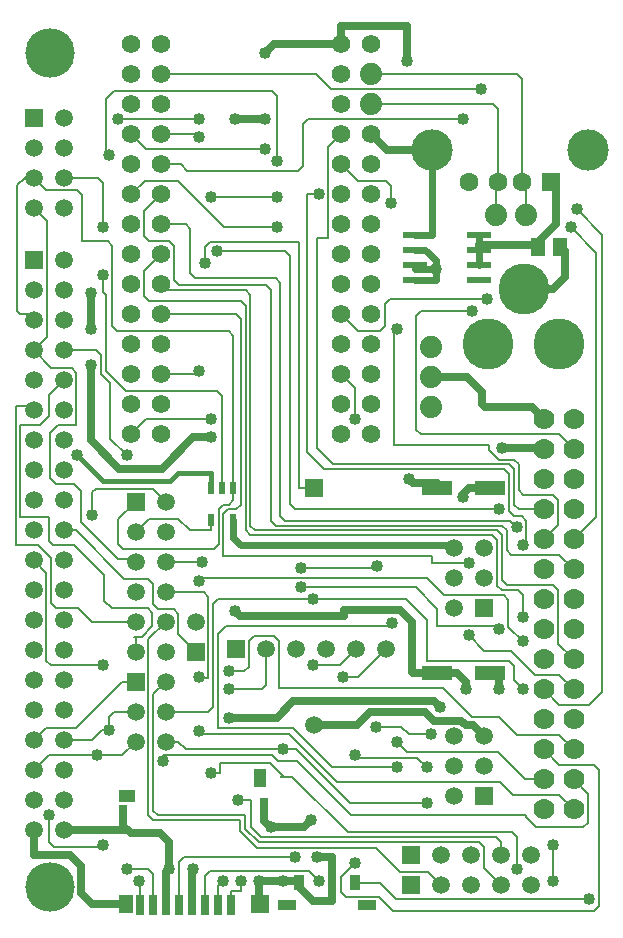
<source format=gtl>
G04 DipTrace 3.3.1.3*
G04 T4RA8875TouchShieldcastellated.gtl*
%MOIN*%
G04 #@! TF.FileFunction,Copper,L1,Top*
G04 #@! TF.Part,Single*
%AMOUTLINE0*
4,1,4,
-0.0175,-0.025,
-0.0175,0.025,
0.0175,0.025,
0.0175,-0.025,
-0.0175,-0.025,
0*%
%AMOUTLINE1*
4,1,4,
0.0285,-0.0155,
-0.0285,-0.0155,
-0.0285,0.0155,
0.0285,0.0155,
0.0285,-0.0155,
0*%
G04 #@! TA.AperFunction,Conductor*
%ADD13C,0.025*%
%ADD14C,0.023622*%
%ADD16C,0.008*%
%ADD17C,0.015*%
%ADD18C,0.007*%
%ADD21R,0.1X0.05*%
%ADD22R,0.051181X0.059055*%
G04 #@! TA.AperFunction,ComponentPad*
%ADD23C,0.17*%
%ADD24R,0.059055X0.059055*%
%ADD25C,0.059055*%
%ADD26C,0.07*%
%ADD27C,0.074*%
%ADD28R,0.027559X0.068898*%
%ADD29R,0.03937X0.061024*%
%ADD30R,0.031496X0.055118*%
%ADD31R,0.031496X0.059055*%
%ADD32R,0.057087X0.03937*%
%ADD36R,0.023622X0.043307*%
G04 #@! TA.AperFunction,ComponentPad*
%ADD37C,0.06194*%
%ADD38C,0.074*%
%ADD39R,0.07874X0.023622*%
G04 #@! TA.AperFunction,ComponentPad*
%ADD40R,0.062992X0.062992*%
%ADD41C,0.062992*%
%ADD42C,0.137795*%
G04 #@! TA.AperFunction,ViaPad*
%ADD43C,0.04*%
%ADD45C,0.165*%
%ADD96OUTLINE0*%
%ADD97OUTLINE1*%
%FSLAX26Y26*%
G04*
G70*
G90*
G75*
G01*
G04 Top*
%LPD*%
X1868700Y1648700D2*
D14*
Y1658700D1*
X1158700D1*
X1133700Y1683700D1*
Y1742401D1*
X1823700Y1118700D2*
D13*
X1803700Y1138700D1*
X1332700D1*
X1277700Y1083700D1*
X1118700D1*
X1718700Y1878700D2*
X1731200Y1866200D1*
X1813700D1*
Y1848700D1*
X998700Y578700D2*
X996955Y576955D1*
Y458687D1*
X1793700Y2218700D2*
X1913700D1*
X1963700Y2168700D1*
Y2128700D1*
X1973700Y2118700D1*
X2128700D1*
X2168700Y2078700D1*
X1493700Y3328700D2*
Y3388700D1*
X1713700D1*
Y3273700D1*
X1738700Y2643700D2*
D14*
X1773700D1*
X1808700Y2608700D1*
Y2578700D1*
X1138700Y1438700D2*
D13*
X1154700Y1422700D1*
X1503288D1*
Y1443700D1*
X1688700D1*
X1728700Y1403700D1*
Y1237700D1*
X1732700Y1233700D1*
X1813700D1*
X1808700Y2578700D2*
D14*
X1738700D1*
Y2593700D1*
X658700Y2258700D2*
D13*
Y2008700D1*
X752700Y1914700D1*
X896700D1*
X1000700Y2018700D1*
X1058700D1*
X658700Y2498700D2*
Y2378700D1*
X1493700Y3328700D2*
X1268700D1*
X1238700Y3298700D1*
X1138700Y3078700D2*
X1238700D1*
X1808700Y2578700D2*
D14*
Y2543700D1*
X1738700D1*
X1813700Y1233700D2*
D13*
X1878700D1*
X1908700Y1203700D1*
Y1178700D1*
X1928700Y2438700D2*
D16*
X1758700D1*
X1742700Y2422700D1*
Y2044700D1*
X1758700Y2028700D1*
X2218700D1*
X2268700Y1978700D1*
X1958700Y3178700D2*
X1458700D1*
X1408700Y3228700D1*
X893700D1*
X2018700Y1778700D2*
X1340700D1*
X1322903Y1796497D1*
Y2622700D1*
X1306903Y2638700D1*
X1078700D1*
X1018700Y3018700D2*
X1008700Y3028700D1*
X893700D1*
X2258700Y2718700D2*
X2343700Y2633700D1*
Y1753700D1*
X2268700Y1678700D1*
X1898700Y3078700D2*
X1382700D1*
X1366155Y3062155D1*
Y2922700D1*
X1350155Y2906700D1*
X980700D1*
X958700Y2928700D1*
X893700D1*
Y2828700D2*
X836700Y2771700D1*
Y2688700D1*
X852700Y2672700D1*
X920700D1*
X936700Y2656700D1*
Y2542700D1*
X952700Y2526700D1*
X1242700D1*
X1258700Y2510700D1*
Y1740700D1*
X1274700Y1724700D1*
X2028700D1*
X2044700Y1708700D1*
Y1642700D1*
X2060700Y1626700D1*
X2220700D1*
X2268700Y1578700D1*
X2078700Y1718700D2*
X2056700Y1740700D1*
X1306700D1*
X1290700Y1756700D1*
Y2534700D1*
X1274700Y2550700D1*
X1006700D1*
X990700Y2566700D1*
Y2712700D1*
X974700Y2728700D1*
X893700D1*
X2098700Y1418700D2*
Y1492700D1*
X2082700Y1508700D1*
X2028700D1*
X2012700Y1524700D1*
Y1676700D1*
X1996700Y1692700D1*
X1190700D1*
X1174700Y1708700D1*
Y2456700D1*
X1158700Y2472700D1*
X852700D1*
X836700Y2488700D1*
Y2571700D1*
X893700Y2628700D1*
X1118700Y1238700D2*
X1170700D1*
X1186700Y1254700D1*
Y1340700D1*
X1202700Y1356700D1*
X1270700D1*
X1286700Y1340700D1*
Y1183700D1*
X1833700D1*
X1930700Y1086700D1*
X2020700D1*
X2080700Y1026700D1*
X2220700D1*
X2268700Y978700D1*
X1018700Y2238700D2*
X1008700Y2228700D1*
X893700D1*
X1613700Y1588700D2*
Y1583700D1*
X1358700D1*
X518700Y758700D2*
Y670700D1*
X534700Y654700D1*
X694700D1*
X698700Y658700D1*
X2078700Y578700D2*
Y686700D1*
X2062700Y702700D1*
X1514700D1*
X1330700Y886700D1*
X1291700D1*
X1293700Y888700D1*
X1298700D1*
X1258700Y928700D1*
Y933700D1*
X1088700D1*
Y898700D1*
X1058700D1*
X1030700Y1603700D2*
X908700D1*
X1018700Y1538700D2*
X1030700Y1550700D1*
X1778700D1*
X1836700Y1492700D1*
X2034700D1*
X2050700Y1476700D1*
Y1386700D1*
X2098700Y1338700D1*
X898700Y938700D2*
Y958700D1*
X1263700D1*
X1283700Y938700D1*
X1346700D1*
X1526700Y758700D1*
X2108658D1*
Y753742D1*
X2143700Y718700D1*
X2300700D1*
X2316700Y734700D1*
Y830700D1*
X2268700Y878700D1*
X908700Y1503700D2*
X1034700D1*
X1050700Y1487700D1*
Y1215183D1*
X1038700D1*
X1035183Y1218700D1*
X1018700D1*
Y1038700D2*
X1028700Y1028700D1*
X1318700D1*
X1478700Y868700D1*
X2022700D1*
X2064700Y826700D1*
X2220700D1*
X2268700Y778700D1*
X1678700Y1003700D2*
X1713700Y968700D1*
X2014700D1*
X2104700Y878700D1*
X2168700D1*
X1538700Y2078700D2*
Y2183700D1*
X1493700Y2228700D1*
X1538700Y598700D2*
X1492700Y552700D1*
Y502700D1*
X1508700Y486700D1*
X1620700D1*
X1666700Y440700D1*
X2336700D1*
X2352700Y456700D1*
Y910700D1*
X2336700Y926700D1*
X2220700D1*
X2168700Y978700D1*
X1538700Y958700D2*
X1546700Y950700D1*
X1746700D1*
X1778700Y918700D1*
X1678700D2*
X1463700D1*
X1333700Y1048700D1*
X1082700D1*
Y1362700D1*
X1108700Y1388700D1*
X1663700D1*
Y1398700D1*
X2278700Y2778700D2*
X2363700Y2693700D1*
Y1169700D1*
X2320700Y1126700D1*
X2220700D1*
X2168700Y1178700D1*
X1978700Y2478700D2*
X1654700D1*
X1638700Y2462700D1*
Y2390700D1*
X1622700Y2374700D1*
X1547700D1*
X1493700Y2428700D1*
X2098700Y1178700D2*
X2068700Y1208700D1*
Y1256700D1*
X2052700Y1272700D1*
X1778700D1*
Y1408700D1*
X1708700Y1478700D1*
X1398700D1*
X1082700D1*
X1066700Y1462700D1*
Y1120700D1*
X1049700Y1103700D1*
X908700D1*
X1778700Y798700D2*
X1523700D1*
X1343700Y978700D1*
X1298700D1*
X975700D1*
X950700Y1003700D1*
X908700D1*
X2018700Y1378700D2*
X2006700Y1390700D1*
X1813700D1*
Y1446197D1*
X1741197Y1518700D1*
X1358700D1*
X2098700Y1658700D2*
X2110700Y1670700D1*
Y1740700D1*
X2094700Y1756700D1*
X2068700D1*
X2052700Y1772700D1*
Y1896700D1*
X2036700Y1912700D1*
X1436700D1*
X1378700Y1970700D1*
Y2828700D1*
X1418700D1*
X1658700Y2798700D2*
Y2856700D1*
X1642700Y2872700D1*
X1549700D1*
X1493700Y2928700D1*
X1678700Y2378700D2*
X1670700Y2370700D1*
Y1993700D1*
X1985397D1*
Y1977003D1*
X2017700Y1944700D1*
X2068700D1*
X2084700Y1928700D1*
Y1842700D1*
X2100700Y1826700D1*
X2200700D1*
X2216700Y1810700D1*
Y1726700D1*
X2168700Y1678700D1*
X1493700Y3028700D2*
X1450700Y2985700D1*
Y2684060D1*
X1413700D1*
Y1981700D1*
X1466700Y1928700D1*
X2052700D1*
X2068700Y1912700D1*
Y1794700D1*
X2084700Y1778700D1*
X2168700D1*
X1608700Y1053700D2*
X1693700D1*
X1718700Y1028700D1*
X1793700D1*
X1148700Y808700D2*
X1193700D1*
Y718700D1*
X1225700Y686700D1*
X2008700D1*
X2026472Y668928D1*
Y625928D1*
X908700Y1403700D2*
X850700Y1345700D1*
Y758700D1*
X866700Y742700D1*
X1156700D1*
Y705700D1*
X1211700Y650700D1*
X1610700D1*
X1690700Y570700D1*
X1781700D1*
X1826472Y525928D1*
X908700Y1203700D2*
X866700Y1161700D1*
Y774700D1*
X882700Y758700D1*
X1172700D1*
Y714700D1*
X1218700Y668700D1*
X1952700D1*
X1968700Y652700D1*
Y583700D1*
X2026472Y525928D1*
X818700Y538700D2*
X823700Y533700D1*
Y458700D1*
X778700Y578700D2*
X850700D1*
X867046Y562354D1*
Y458700D1*
X1243700Y1313700D2*
Y1194700D1*
X1227700Y1178700D1*
X1118700D1*
X748700Y3078700D2*
X1018700D1*
X1238700Y2978700D2*
X843700D1*
X793700Y3028700D1*
X1338700Y618700D2*
X970700D1*
X953648Y601648D1*
Y458687D1*
X1278700Y2718700D2*
X1102700D1*
X948700Y2872700D1*
X837700D1*
X793700Y2828700D1*
X1418700Y538700D2*
X1384700Y572700D1*
X1056700D1*
X1040249Y556249D1*
Y458687D1*
X718700Y2958700D2*
X708700D1*
Y3146700D1*
X734700Y3172700D1*
X1262700D1*
X1278700Y3156700D1*
Y2938700D1*
X1398700Y1258700D2*
X1488700D1*
X1543700Y1313700D1*
X1098700Y538700D2*
X1083569Y523569D1*
Y458687D1*
X1498700Y1218700D2*
X1548700D1*
X1643700Y1313700D1*
X1158700Y538700D2*
Y506700D1*
X1126850D1*
Y458700D1*
X1058700Y2818700D2*
X1278700D1*
X893700Y2528700D2*
X912928Y2509472D1*
X1174700D1*
X1190700Y2493472D1*
Y1724700D1*
X1206700Y1708700D1*
X2012700D1*
X2028700Y1692700D1*
Y1542700D1*
X2044700Y1526700D1*
X2200700D1*
X2216700Y1510700D1*
Y1330700D1*
X2268700Y1278700D1*
X1918700Y1358700D2*
X1970700Y1306700D1*
X2058700D1*
X2138700Y1226700D1*
X2220700D1*
X2268700Y1178700D1*
X1918700Y1598700D2*
X1796812D1*
Y1623700D1*
X1100700D1*
Y1762700D1*
X1116700Y1778700D1*
X1142700D1*
X1158700Y1794700D1*
Y2412700D1*
X1142700Y2428700D1*
X893700D1*
X908700Y1803700D2*
X865700Y1846700D1*
X674700D1*
X663700Y1835700D1*
Y1758700D1*
X2198700Y658700D2*
Y538700D1*
X2101810Y2513739D2*
D13*
X2198739D1*
X2238700Y2553700D1*
Y2638700D1*
X2223700Y2653700D1*
X1797243Y2975393D2*
X1647007D1*
X1593700Y3028700D1*
X468700Y708850D2*
Y626700D1*
X590700D1*
X626700Y590700D1*
Y500700D1*
X663976Y463424D1*
X776495D1*
X1797243Y2975393D2*
D14*
Y2693700D1*
X1738700D1*
X568700Y708850D2*
D13*
X766653D1*
Y724326D1*
Y762794D1*
X2018700Y1178700D2*
Y1233700D1*
X1988700D1*
X1218700Y538700D2*
Y468070D1*
X1223346Y463424D1*
X1298700Y538700D2*
X1353700D1*
Y533700D1*
X1898700Y1818700D2*
Y1828700D1*
X1918700Y1848700D1*
X1988700D1*
X1258700Y718700D2*
X1257099D1*
X1237099Y738700D1*
Y788411D1*
X918700Y578700D2*
X910314Y570314D1*
Y458700D1*
X1403700Y1061298D2*
X1546298D1*
X1588700Y1103700D1*
X1773700D1*
X1803700Y1073700D1*
X1893700D1*
X1908700Y1058700D1*
X1933700D1*
X1968700Y1023700D1*
X918700Y578700D2*
Y668700D1*
X888700Y698700D1*
X792279D1*
X766653Y724326D1*
X1258700Y718700D2*
X1368700D1*
X1393700Y743700D1*
X1218700Y538700D2*
X1298700D1*
X1353700Y533700D2*
Y518700D1*
X1398700Y473700D1*
X1463700D1*
Y618700D1*
X1413700D1*
X1058897Y1848700D2*
D17*
Y1898700D1*
X948700D1*
X923700Y1873700D1*
X698700D1*
X613700Y1958700D1*
X2318700Y478700D2*
D16*
X1676700D1*
X1621700Y533700D1*
X1538700D1*
X1008700Y1303700D2*
X950700Y1361700D1*
Y1430700D1*
X934700Y1446700D1*
X882700D1*
X866700Y1462700D1*
Y1530700D1*
X850700Y1546700D1*
X770700D1*
X608550Y1708850D1*
X568700D1*
X698700Y1258700D2*
X526700D1*
X510700Y1274700D1*
Y1566850D1*
X468700Y1608850D1*
X808700Y1803700D2*
X750700Y1745700D1*
Y1662700D1*
X766700Y1646700D1*
X1068700D1*
X1084700Y1662700D1*
Y1778700D1*
X1100700Y1794700D1*
X1117700D1*
X1133700Y1810700D1*
Y1848700D1*
Y2356700D1*
X1117700Y2372700D1*
X746700D1*
X730700Y2388700D1*
Y2656700D1*
X714700Y2672700D1*
X628700D1*
Y2826700D1*
X612700Y2842700D1*
X510399D1*
X468700Y2884399D1*
X439399D1*
X413700Y2858700D1*
Y2438700D1*
X423700Y2428700D1*
X448850D1*
X468700Y2408850D1*
Y1008850D2*
X510550Y1050700D1*
X610700D1*
X763700Y1203700D1*
X808700D1*
Y1003700D2*
X763700Y958700D1*
X678700D1*
X518550D1*
X468700Y908850D1*
X808700Y1103700D2*
X735700D1*
X718700Y1086700D1*
Y1043700D1*
X695700D1*
X660850Y1008850D1*
X568700D1*
X808700Y1303700D2*
D18*
Y1348700D1*
X803700Y1353700D1*
X828700D1*
X863700Y1388700D1*
Y1433700D1*
X848700Y1448700D1*
X728700D1*
X703700Y1473700D1*
Y1558700D1*
X603700Y1658700D1*
X533700D1*
X518700Y1673700D1*
Y1753700D1*
X423700D1*
Y2058700D1*
X488700D1*
X518700Y2088700D1*
Y2158850D1*
X568700Y2208850D1*
X808700Y1703700D2*
D16*
X851700Y1746700D1*
X950700D1*
X988700Y1708700D1*
X1058897D1*
Y1742401D1*
X698700Y2558700D2*
Y2502700D1*
X708700Y2492700D1*
Y2238700D1*
X774700Y2172700D1*
X1078700D1*
X1096298Y2155102D1*
Y1848700D1*
X698700Y2718700D2*
Y2866700D1*
X681001Y2884399D1*
X568700D1*
X808700Y1603700D2*
Y1613700D1*
X748700D1*
X626700Y1735700D1*
Y1840700D1*
X603700Y1863700D1*
X543700D1*
X523700Y1883700D1*
Y2033700D1*
X548700Y2058700D1*
X610700D1*
Y2234700D1*
X594700Y2250700D1*
X526850D1*
X468700Y2308850D1*
X512700Y2352850D1*
Y2740399D1*
X468700Y2784399D1*
Y2108850D2*
D18*
X453850Y2123700D1*
X408700D1*
Y1658700D1*
X483700D1*
X526700Y1615700D1*
Y1466700D1*
X542700Y1450700D1*
X616700D1*
X663700Y1403700D1*
X808700D1*
X568700Y2308850D2*
D16*
X676700D1*
X692700Y2292850D1*
Y2229700D1*
X723700Y2198700D1*
Y2013700D1*
X778700Y1958700D1*
X1951298Y2593700D2*
D14*
Y2643700D1*
Y2660159D1*
Y2693700D1*
Y2660159D2*
D13*
X2142438D1*
X2148897Y2653700D1*
Y2668897D1*
X2208700Y2728700D1*
Y2853700D1*
X2193700Y2868700D1*
X2008700Y2758700D2*
D16*
Y2860865D1*
X2016535Y2868700D1*
Y3112700D1*
X2000535Y3128700D1*
X1593700D1*
X2108700Y2758700D2*
Y2855275D1*
X2095275Y2868700D1*
Y3212700D1*
X2079275Y3228700D1*
X1593700D1*
X1038700Y2598700D2*
Y2654700D1*
X1054700Y2670700D1*
X1353700D1*
Y1848700D1*
X1403700D1*
X1058700Y2078700D2*
X843700D1*
X793700Y2028700D1*
X2028700Y1983700D2*
D13*
X2163700D1*
X2168700Y1978700D1*
D43*
X1713700Y3273700D3*
X1613700Y1588700D3*
X1358700Y1583700D3*
X1393700Y743700D3*
X1413700Y618700D3*
X1393700Y743700D3*
X613700Y1958700D3*
X2028700Y1983700D3*
D45*
X521062Y521062D3*
X521932Y3300590D3*
D43*
X1898700Y1818700D3*
X2018700Y1178700D3*
X1258700Y718700D3*
X918700Y578700D3*
X1218700Y538700D3*
X1298700D3*
X1118700Y1083700D3*
X1823700Y1118700D3*
X998700Y578700D3*
X1718700Y1878700D3*
X1908700Y1178700D3*
X1058700Y2018700D3*
X658700Y2258700D3*
Y2378700D3*
Y2498700D3*
X1138700Y1438700D3*
X1238700Y3298700D3*
Y3078700D3*
X1138700D3*
X1808700Y2578700D3*
X1928700Y2438700D3*
X1958700Y3178700D3*
X1018700Y3018700D3*
X1078700Y2638700D3*
X2018700Y1778700D3*
X2258700Y2718700D3*
X1898700Y3078700D3*
X2078700Y1718700D3*
X2098700Y1418700D3*
X1118700Y1238700D3*
X1018700Y2238700D3*
X698700Y658700D3*
X518700Y758700D3*
X1058700Y898700D3*
X2078700Y578700D3*
X2098700Y1338700D3*
X1018700Y1538700D3*
X1030700Y1603700D3*
X898700Y938700D3*
X1018700Y1218700D3*
Y1038700D3*
X1678700Y1003700D3*
X1538700Y2078700D3*
X1778700Y918700D3*
X1538700Y958700D3*
Y598700D3*
X1663700Y1398700D3*
X1678700Y918700D3*
X2278700Y2778700D3*
X1978700Y2478700D3*
X2098700Y1178700D3*
X1398700Y1478700D3*
X1778700Y798700D3*
X1298700Y978700D3*
X1358700Y1518700D3*
X2018700Y1378700D3*
X1418700Y2828700D3*
X2098700Y1658700D3*
X1658700Y2798700D3*
X1678700Y2378700D3*
X1793700Y1028700D3*
X1608700Y1053700D3*
X1148700Y808700D3*
X818700Y538700D3*
X778700Y578700D3*
X1118700Y1178700D3*
X1018700Y3078700D3*
X748700D3*
X1238700Y2978700D3*
X1338700Y618700D3*
X1278700Y2718700D3*
X1418700Y538700D3*
X1278700Y2938700D3*
X718700Y2958700D3*
X1098700Y538700D3*
X1398700Y1258700D3*
X1158700Y538700D3*
X1278700Y2818700D3*
X1058700D3*
X1498700Y1218700D3*
X1918700Y1358700D3*
Y1598700D3*
X663700Y1758700D3*
X2198700Y538700D3*
Y658700D3*
X2318700Y478700D3*
X698700Y1258700D3*
X678700Y958700D3*
X718700Y1043700D3*
X698700Y2718700D3*
Y2558700D3*
X778700Y1958700D3*
X1038700Y2598700D3*
X1058700Y2078700D3*
D21*
X1813700Y1848700D3*
X1988700D3*
X1813700Y1233700D3*
X1988700D3*
D22*
X2223700Y2653700D3*
X2148897D3*
D23*
X1983700Y2328700D3*
X2219920D3*
X2101810Y2513739D3*
D24*
X1143700Y1313700D3*
D25*
X1243700D3*
X1343700D3*
X1443700D3*
X1543700D3*
X1643700D3*
D26*
X2268700Y2078700D3*
Y1978700D3*
Y1878700D3*
Y1778700D3*
Y1678700D3*
Y1578700D3*
Y1478700D3*
Y1378700D3*
Y1278700D3*
Y1178700D3*
Y1078700D3*
Y978700D3*
Y878700D3*
Y778700D3*
X2168700Y2078700D3*
Y1978700D3*
Y1878700D3*
Y1778700D3*
Y1678700D3*
Y1578700D3*
Y1478700D3*
Y1378700D3*
Y1278700D3*
Y1178700D3*
Y1078700D3*
Y978700D3*
Y878700D3*
Y778700D3*
D27*
X2008700Y2758700D3*
X2108700D3*
D28*
X823700Y458700D3*
X867046D3*
X910314D3*
X953648Y458687D3*
X996955D3*
X1040249D3*
X1083569D3*
X1126850Y458700D3*
D22*
X776495Y463424D3*
D24*
X1223346D3*
D29*
X1220970Y884081D3*
D30*
X1237099Y788411D3*
D31*
X766653Y762794D3*
D32*
X779212Y821850D3*
D24*
X1726472Y625928D3*
D25*
X1826472D3*
X1926472D3*
X2026472D3*
X2126472D3*
D24*
X1726472Y525928D3*
D25*
X1826472D3*
X1926472D3*
X2026472D3*
X2126472D3*
D24*
X1403700Y1848700D3*
D25*
Y1061298D3*
D24*
X808700Y1203700D3*
D25*
X908700D3*
X808700Y1103700D3*
X908700D3*
X808700Y1003700D3*
X908700D3*
D24*
X808700Y1803700D3*
D25*
X908700D3*
X808700Y1703700D3*
X908700D3*
X808700Y1603700D3*
X908700D3*
X808700Y1503700D3*
X908700D3*
X808700Y1403700D3*
X908700D3*
X808700Y1303700D3*
X908700D3*
D24*
X468700Y2608850D3*
D25*
X568700D3*
X468700Y2508850D3*
X568700D3*
X468700Y2408850D3*
X568700D3*
X468700Y2308850D3*
X568700D3*
X468700Y2208850D3*
X568700D3*
X468700Y2108850D3*
X568700D3*
X468700Y2008850D3*
X568700D3*
X468700Y1908850D3*
X568700D3*
X468700Y1808850D3*
X568700D3*
X468700Y1708850D3*
X568700D3*
X468700Y1608850D3*
X568700D3*
X468700Y1508850D3*
X568700D3*
X468700Y1408850D3*
X568700D3*
X468700Y1308850D3*
X568700D3*
X468700Y1208850D3*
X568700D3*
X468700Y1108850D3*
X568700D3*
X468700Y1008850D3*
X568700D3*
X468700Y908850D3*
X568700D3*
X468700Y808850D3*
X568700D3*
X468700Y708850D3*
X568700D3*
D24*
X468700Y3084399D3*
D25*
X568700D3*
X468700Y2984399D3*
X568700D3*
X468700Y2884399D3*
X568700D3*
X468700Y2784399D3*
X568700D3*
D24*
X1008700Y1303700D3*
D25*
Y1403700D3*
D96*
X1353700Y533700D3*
X1538700D3*
D97*
X1313200Y459200D3*
X1579200D3*
D24*
X1968700Y1448700D3*
D25*
X1868700D3*
X1968700Y1548700D3*
X1868700D3*
X1968700Y1648700D3*
X1868700D3*
D24*
X1968700Y823700D3*
D25*
X1868700D3*
X1968700Y923700D3*
X1868700D3*
X1968700Y1023700D3*
X1868700D3*
D27*
X1793700Y2318700D3*
Y2218700D3*
Y2118700D3*
D36*
X1133700Y1848700D3*
X1096298D3*
X1058897D3*
Y1742401D3*
X1133700D3*
D37*
X893700Y3328700D3*
Y3228700D3*
Y3128700D3*
Y3028700D3*
Y2928700D3*
Y2828700D3*
Y2728700D3*
Y2628700D3*
Y2528700D3*
Y2428700D3*
Y2328700D3*
Y2228700D3*
Y2128700D3*
Y2028700D3*
X793700D3*
X1593700Y2328700D3*
Y2228700D3*
Y2128700D3*
Y2028700D3*
X1493700D3*
Y2128700D3*
Y2228700D3*
Y2328700D3*
Y2428700D3*
Y2528700D3*
Y2628700D3*
Y2728700D3*
Y2828700D3*
Y2928700D3*
Y3028700D3*
Y3128700D3*
Y3228700D3*
Y3328700D3*
X1593700D3*
X793700D3*
Y3228700D3*
Y3128700D3*
Y3028700D3*
Y2928700D3*
D38*
X1593700Y3228700D3*
D37*
X793700Y2328700D3*
Y2128700D3*
X1593700Y2528700D3*
D38*
Y3128700D3*
D37*
X793700Y2228700D3*
Y2428700D3*
Y2528700D3*
X1593700Y2828700D3*
Y2728700D3*
Y2628700D3*
Y2428700D3*
X793700Y2828700D3*
Y2728700D3*
Y2628700D3*
X1593700Y3028700D3*
Y2928700D3*
D39*
X1738700Y2693700D3*
Y2643700D3*
Y2593700D3*
Y2543700D3*
X1951298D3*
Y2593700D3*
Y2643700D3*
Y2693700D3*
D40*
X2193700Y2868700D3*
D41*
X2095275D3*
X2016535D3*
X1918109D3*
D42*
X2314566Y2975393D3*
X1797243D3*
M02*

</source>
